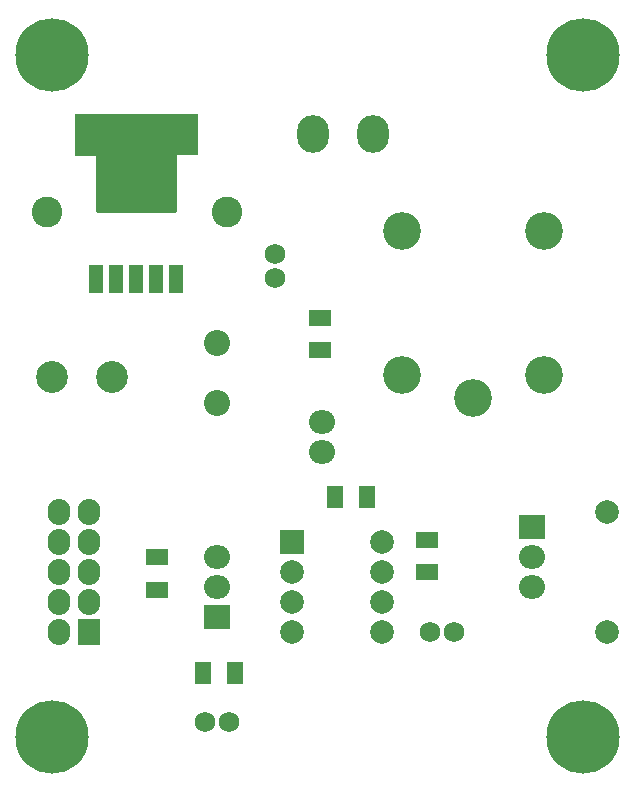
<source format=gbs>
%FSLAX44Y44*%
%MOMM*%
G71*
G01*
G75*
G04 Layer_Color=16711935*
%ADD10R,1.7780X1.1430*%
%ADD11R,1.1430X1.7780*%
%ADD12R,1.0700X2.1600*%
%ADD13C,1.2700*%
%ADD14C,0.6350*%
%ADD15C,0.5080*%
%ADD16C,1.5240*%
%ADD17C,2.5000*%
%ADD18C,1.8000*%
%ADD19C,2.4000*%
%ADD20O,2.0000X1.8000*%
%ADD21C,2.0000*%
%ADD22R,1.7000X2.0000*%
%ADD23O,1.7000X2.0000*%
%ADD24R,2.0000X1.8000*%
%ADD25C,3.0000*%
%ADD26R,1.8000X1.8000*%
%ADD27O,2.5000X3.0000*%
%ADD28C,6.0000*%
%ADD29C,0.1500*%
%ADD30C,0.2540*%
%ADD31C,0.2000*%
%ADD32R,1.9812X1.3462*%
%ADD33R,1.3462X1.9812*%
%ADD34R,1.2732X2.3632*%
%ADD35C,1.7272*%
%ADD36C,2.7032*%
%ADD37C,2.0032*%
%ADD38C,2.6032*%
%ADD39O,2.2032X2.0032*%
%ADD40C,2.2032*%
%ADD41R,1.9032X2.2032*%
%ADD42O,1.9032X2.2032*%
%ADD43R,2.2032X2.0032*%
%ADD44C,3.2032*%
%ADD45R,2.0032X2.0032*%
%ADD46O,2.7032X3.2032*%
%ADD47C,6.2032*%
G36*
X123323Y528060D02*
X123454Y528033D01*
X123580Y527991D01*
X123699Y527932D01*
X123810Y527858D01*
X123910Y527770D01*
X123998Y527670D01*
X124072Y527559D01*
X124131Y527440D01*
X124173Y527313D01*
X124199Y527183D01*
X124208Y527050D01*
Y494030D01*
X124199Y493897D01*
X124173Y493767D01*
X124131Y493640D01*
X124072Y493521D01*
X123998Y493410D01*
X123910Y493310D01*
X123810Y493222D01*
X123699Y493148D01*
X123580Y493089D01*
X123454Y493046D01*
X123323Y493021D01*
X123190Y493012D01*
X105793D01*
Y445135D01*
X105785Y445002D01*
X105758Y444871D01*
X105716Y444745D01*
X105657Y444626D01*
X105583Y444515D01*
X105495Y444415D01*
X105395Y444327D01*
X105284Y444253D01*
X105165Y444194D01*
X105038Y444151D01*
X104908Y444126D01*
X104775Y444117D01*
X39370D01*
X39237Y444126D01*
X39107Y444151D01*
X38980Y444194D01*
X38861Y444253D01*
X38750Y444327D01*
X38650Y444415D01*
X37380Y445685D01*
X37292Y445785D01*
X37218Y445896D01*
X37159Y446015D01*
X37116Y446142D01*
X37090Y446272D01*
X37082Y446405D01*
Y492377D01*
X20320D01*
X20187Y492385D01*
X20057Y492411D01*
X19930Y492454D01*
X19811Y492513D01*
X19700Y492587D01*
X19600Y492675D01*
X19512Y492775D01*
X19438Y492886D01*
X19379Y493005D01*
X19337Y493131D01*
X19310Y493262D01*
X19302Y493395D01*
Y527050D01*
X19310Y527183D01*
X19337Y527313D01*
X19379Y527440D01*
X19438Y527559D01*
X19512Y527670D01*
X19600Y527770D01*
X19700Y527858D01*
X19811Y527932D01*
X19930Y527991D01*
X20057Y528033D01*
X20187Y528060D01*
X20320Y528068D01*
X123190D01*
X123323Y528060D01*
D02*
G37*
D32*
X88900Y152400D02*
D03*
Y125222D02*
D03*
X317500Y139700D02*
D03*
Y166878D02*
D03*
X227330Y327660D02*
D03*
Y354838D02*
D03*
D33*
X128270Y54610D02*
D03*
X155448D02*
D03*
X266700Y203200D02*
D03*
X239522D02*
D03*
D34*
X105092Y387985D02*
D03*
X88092D02*
D03*
X71093D02*
D03*
X54092D02*
D03*
X37092D02*
D03*
D35*
X189230Y388620D02*
D03*
Y408940D02*
D03*
X320040Y88900D02*
D03*
X340360D02*
D03*
X149860Y12700D02*
D03*
X129540D02*
D03*
D36*
X50800Y304800D02*
D03*
X0D02*
D03*
D37*
X469900Y190500D02*
D03*
Y88900D02*
D03*
X279400D02*
D03*
Y114300D02*
D03*
Y139700D02*
D03*
Y165100D02*
D03*
X203200Y88900D02*
D03*
Y114300D02*
D03*
Y139700D02*
D03*
D38*
X148272Y445135D02*
D03*
X-4128D02*
D03*
D39*
X228600Y266700D02*
D03*
Y241300D02*
D03*
X139700Y152400D02*
D03*
Y127000D02*
D03*
X406400D02*
D03*
Y152400D02*
D03*
D40*
X139700Y283210D02*
D03*
Y334010D02*
D03*
D41*
X31750Y88900D02*
D03*
D42*
X6350D02*
D03*
X31750Y114300D02*
D03*
X6350D02*
D03*
X31750Y139700D02*
D03*
X6350D02*
D03*
X31750Y165100D02*
D03*
X6350D02*
D03*
X31750Y190500D02*
D03*
X6350D02*
D03*
D43*
X139700Y101600D02*
D03*
X406400Y177800D02*
D03*
D44*
X296870Y429020D02*
D03*
X416870D02*
D03*
X296870Y307020D02*
D03*
X416870D02*
D03*
X356870Y287020D02*
D03*
D45*
X203200Y165100D02*
D03*
D46*
X220980Y511175D02*
D03*
X271780D02*
D03*
D47*
X0Y0D02*
D03*
X450000D02*
D03*
X0Y577850D02*
D03*
X450000D02*
D03*
M02*

</source>
